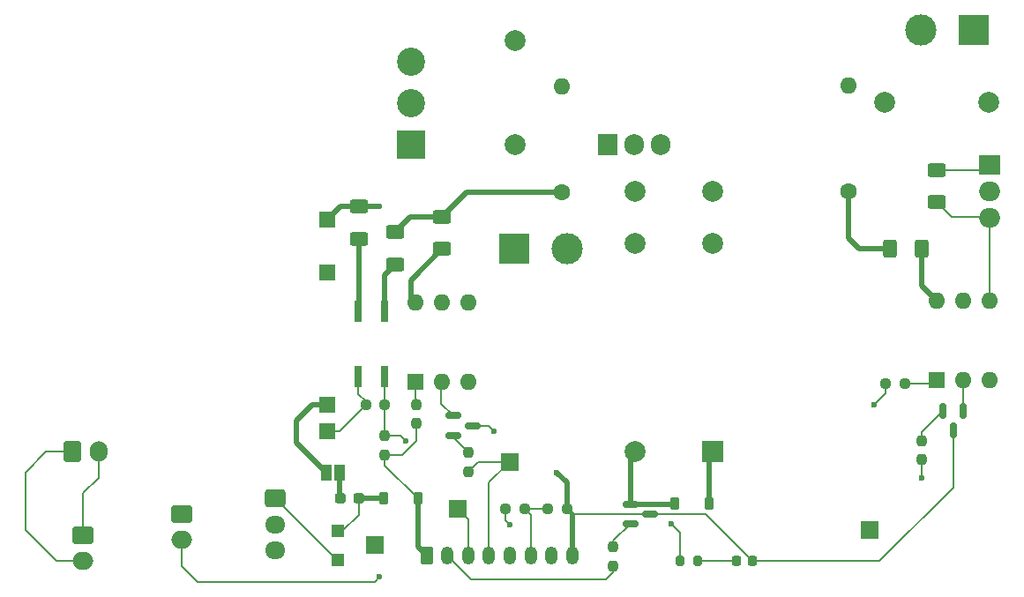
<source format=gtl>
G04 #@! TF.GenerationSoftware,KiCad,Pcbnew,8.0.4*
G04 #@! TF.CreationDate,2025-01-01T16:22:17-06:00*
G04 #@! TF.ProjectId,HVBoard,4856426f-6172-4642-9e6b-696361645f70,rev?*
G04 #@! TF.SameCoordinates,Original*
G04 #@! TF.FileFunction,Copper,L1,Top*
G04 #@! TF.FilePolarity,Positive*
%FSLAX46Y46*%
G04 Gerber Fmt 4.6, Leading zero omitted, Abs format (unit mm)*
G04 Created by KiCad (PCBNEW 8.0.4) date 2025-01-01 16:22:17*
%MOMM*%
%LPD*%
G01*
G04 APERTURE LIST*
G04 Aperture macros list*
%AMRoundRect*
0 Rectangle with rounded corners*
0 $1 Rounding radius*
0 $2 $3 $4 $5 $6 $7 $8 $9 X,Y pos of 4 corners*
0 Add a 4 corners polygon primitive as box body*
4,1,4,$2,$3,$4,$5,$6,$7,$8,$9,$2,$3,0*
0 Add four circle primitives for the rounded corners*
1,1,$1+$1,$2,$3*
1,1,$1+$1,$4,$5*
1,1,$1+$1,$6,$7*
1,1,$1+$1,$8,$9*
0 Add four rect primitives between the rounded corners*
20,1,$1+$1,$2,$3,$4,$5,0*
20,1,$1+$1,$4,$5,$6,$7,0*
20,1,$1+$1,$6,$7,$8,$9,0*
20,1,$1+$1,$8,$9,$2,$3,0*%
G04 Aperture macros list end*
G04 #@! TA.AperFunction,ComponentPad*
%ADD10R,3.000000X3.000000*%
G04 #@! TD*
G04 #@! TA.AperFunction,ComponentPad*
%ADD11C,3.000000*%
G04 #@! TD*
G04 #@! TA.AperFunction,SMDPad,CuDef*
%ADD12RoundRect,0.237500X0.250000X0.237500X-0.250000X0.237500X-0.250000X-0.237500X0.250000X-0.237500X0*%
G04 #@! TD*
G04 #@! TA.AperFunction,SMDPad,CuDef*
%ADD13RoundRect,0.237500X-0.237500X0.250000X-0.237500X-0.250000X0.237500X-0.250000X0.237500X0.250000X0*%
G04 #@! TD*
G04 #@! TA.AperFunction,SMDPad,CuDef*
%ADD14RoundRect,0.237500X-0.250000X-0.237500X0.250000X-0.237500X0.250000X0.237500X-0.250000X0.237500X0*%
G04 #@! TD*
G04 #@! TA.AperFunction,SMDPad,CuDef*
%ADD15RoundRect,0.225000X0.225000X0.375000X-0.225000X0.375000X-0.225000X-0.375000X0.225000X-0.375000X0*%
G04 #@! TD*
G04 #@! TA.AperFunction,SMDPad,CuDef*
%ADD16RoundRect,0.237500X-0.287500X-0.237500X0.287500X-0.237500X0.287500X0.237500X-0.287500X0.237500X0*%
G04 #@! TD*
G04 #@! TA.AperFunction,SMDPad,CuDef*
%ADD17RoundRect,0.237500X0.237500X-0.250000X0.237500X0.250000X-0.237500X0.250000X-0.237500X-0.250000X0*%
G04 #@! TD*
G04 #@! TA.AperFunction,SMDPad,CuDef*
%ADD18RoundRect,0.150000X-0.150000X0.587500X-0.150000X-0.587500X0.150000X-0.587500X0.150000X0.587500X0*%
G04 #@! TD*
G04 #@! TA.AperFunction,ComponentPad*
%ADD19R,2.000000X1.905000*%
G04 #@! TD*
G04 #@! TA.AperFunction,ComponentPad*
%ADD20O,2.000000X1.905000*%
G04 #@! TD*
G04 #@! TA.AperFunction,SMDPad,CuDef*
%ADD21RoundRect,0.250000X0.625000X-0.400000X0.625000X0.400000X-0.625000X0.400000X-0.625000X-0.400000X0*%
G04 #@! TD*
G04 #@! TA.AperFunction,ComponentPad*
%ADD22R,1.600000X1.600000*%
G04 #@! TD*
G04 #@! TA.AperFunction,ComponentPad*
%ADD23O,1.600000X1.600000*%
G04 #@! TD*
G04 #@! TA.AperFunction,ComponentPad*
%ADD24R,1.700000X1.700000*%
G04 #@! TD*
G04 #@! TA.AperFunction,ComponentPad*
%ADD25C,1.600000*%
G04 #@! TD*
G04 #@! TA.AperFunction,ComponentPad*
%ADD26RoundRect,0.250000X-0.750000X0.600000X-0.750000X-0.600000X0.750000X-0.600000X0.750000X0.600000X0*%
G04 #@! TD*
G04 #@! TA.AperFunction,ComponentPad*
%ADD27O,2.000000X1.700000*%
G04 #@! TD*
G04 #@! TA.AperFunction,SMDPad,CuDef*
%ADD28RoundRect,0.150000X-0.587500X-0.150000X0.587500X-0.150000X0.587500X0.150000X-0.587500X0.150000X0*%
G04 #@! TD*
G04 #@! TA.AperFunction,SMDPad,CuDef*
%ADD29R,0.640000X2.000000*%
G04 #@! TD*
G04 #@! TA.AperFunction,ComponentPad*
%ADD30R,2.700000X2.700000*%
G04 #@! TD*
G04 #@! TA.AperFunction,ComponentPad*
%ADD31C,2.700000*%
G04 #@! TD*
G04 #@! TA.AperFunction,SMDPad,CuDef*
%ADD32R,1.000000X1.500000*%
G04 #@! TD*
G04 #@! TA.AperFunction,ComponentPad*
%ADD33RoundRect,0.250000X-0.600000X-0.750000X0.600000X-0.750000X0.600000X0.750000X-0.600000X0.750000X0*%
G04 #@! TD*
G04 #@! TA.AperFunction,ComponentPad*
%ADD34O,1.700000X2.000000*%
G04 #@! TD*
G04 #@! TA.AperFunction,SMDPad,CuDef*
%ADD35RoundRect,0.200000X-0.200000X-0.275000X0.200000X-0.275000X0.200000X0.275000X-0.200000X0.275000X0*%
G04 #@! TD*
G04 #@! TA.AperFunction,SMDPad,CuDef*
%ADD36RoundRect,0.250000X0.400000X0.625000X-0.400000X0.625000X-0.400000X-0.625000X0.400000X-0.625000X0*%
G04 #@! TD*
G04 #@! TA.AperFunction,ComponentPad*
%ADD37RoundRect,0.250000X-0.725000X0.600000X-0.725000X-0.600000X0.725000X-0.600000X0.725000X0.600000X0*%
G04 #@! TD*
G04 #@! TA.AperFunction,ComponentPad*
%ADD38O,1.950000X1.700000*%
G04 #@! TD*
G04 #@! TA.AperFunction,SMDPad,CuDef*
%ADD39R,1.200000X1.200000*%
G04 #@! TD*
G04 #@! TA.AperFunction,ComponentPad*
%ADD40C,2.000000*%
G04 #@! TD*
G04 #@! TA.AperFunction,ComponentPad*
%ADD41R,2.000000X2.000000*%
G04 #@! TD*
G04 #@! TA.AperFunction,ComponentPad*
%ADD42R,1.905000X2.000000*%
G04 #@! TD*
G04 #@! TA.AperFunction,ComponentPad*
%ADD43O,1.905000X2.000000*%
G04 #@! TD*
G04 #@! TA.AperFunction,ComponentPad*
%ADD44RoundRect,0.250000X-0.350000X-0.625000X0.350000X-0.625000X0.350000X0.625000X-0.350000X0.625000X0*%
G04 #@! TD*
G04 #@! TA.AperFunction,ComponentPad*
%ADD45O,1.200000X1.750000*%
G04 #@! TD*
G04 #@! TA.AperFunction,SMDPad,CuDef*
%ADD46RoundRect,0.218750X0.218750X0.256250X-0.218750X0.256250X-0.218750X-0.256250X0.218750X-0.256250X0*%
G04 #@! TD*
G04 #@! TA.AperFunction,ComponentPad*
%ADD47R,1.524000X1.524000*%
G04 #@! TD*
G04 #@! TA.AperFunction,ViaPad*
%ADD48C,0.600000*%
G04 #@! TD*
G04 #@! TA.AperFunction,Conductor*
%ADD49C,0.200000*%
G04 #@! TD*
G04 #@! TA.AperFunction,Conductor*
%ADD50C,0.500000*%
G04 #@! TD*
G04 APERTURE END LIST*
D10*
G04 #@! TO.P,J7,1,Pin_1*
G04 #@! TO.N,120VAC_NEUTRAL*
X62420000Y-38000000D03*
D11*
G04 #@! TO.P,J7,2,Pin_2*
G04 #@! TO.N,120VAC_HOT*
X67500000Y-38000000D03*
G04 #@! TD*
D12*
G04 #@! TO.P,R17,1*
G04 #@! TO.N,/AC_ZC*
X50000000Y-53000000D03*
G04 #@! TO.P,R17,2*
G04 #@! TO.N,GND*
X48175000Y-53000000D03*
G04 #@! TD*
D13*
G04 #@! TO.P,R4,1*
G04 #@! TO.N,/AC_ZC*
X50000000Y-56000000D03*
G04 #@! TO.P,R4,2*
G04 #@! TO.N,+5V*
X50000000Y-57825000D03*
G04 #@! TD*
D14*
G04 #@! TO.P,R19,1*
G04 #@! TO.N,/STEAM_VALVE_IN*
X65675000Y-63000000D03*
G04 #@! TO.P,R19,2*
G04 #@! TO.N,GND*
X67500000Y-63000000D03*
G04 #@! TD*
D15*
G04 #@! TO.P,D1,1,K*
G04 #@! TO.N,+5V*
X81150000Y-62500000D03*
G04 #@! TO.P,D1,2,A*
G04 #@! TO.N,Net-(D1-A)*
X77850000Y-62500000D03*
G04 #@! TD*
D16*
G04 #@! TO.P,F1,1*
G04 #@! TO.N,Net-(JP1-B)*
X45750000Y-62000000D03*
G04 #@! TO.P,F1,2*
G04 #@! TO.N,Net-(D2-K)*
X47500000Y-62000000D03*
G04 #@! TD*
D17*
G04 #@! TO.P,R15,1*
G04 #@! TO.N,/BOILER_TRIAC*
X101550000Y-58262500D03*
G04 #@! TO.P,R15,2*
G04 #@! TO.N,Net-(Q6-G)*
X101550000Y-56437500D03*
G04 #@! TD*
D18*
G04 #@! TO.P,Q6,1,D*
G04 #@! TO.N,Net-(Q6-D)*
X105500000Y-53625000D03*
G04 #@! TO.P,Q6,2,G*
G04 #@! TO.N,Net-(Q6-G)*
X103600000Y-53625000D03*
G04 #@! TO.P,Q6,3,S*
G04 #@! TO.N,GND*
X104550000Y-55500000D03*
G04 #@! TD*
D14*
G04 #@! TO.P,R12,1*
G04 #@! TO.N,+5V*
X98087500Y-51000000D03*
G04 #@! TO.P,R12,2*
G04 #@! TO.N,Net-(R12-Pad2)*
X99912500Y-51000000D03*
G04 #@! TD*
D17*
G04 #@! TO.P,R7,1*
G04 #@! TO.N,+5V*
X53000000Y-54825000D03*
G04 #@! TO.P,R7,2*
G04 #@! TO.N,Net-(R7-Pad2)*
X53000000Y-53000000D03*
G04 #@! TD*
D19*
G04 #@! TO.P,Q5,1,A1*
G04 #@! TO.N,/BOILER_HOT_OUT*
X108055000Y-29960000D03*
D20*
G04 #@! TO.P,Q5,2,A2*
G04 #@! TO.N,/120VAC_HOT_SWITCHED*
X108055000Y-32500000D03*
G04 #@! TO.P,Q5,3,G*
G04 #@! TO.N,Net-(Q5-G)*
X108055000Y-35040000D03*
G04 #@! TD*
D21*
G04 #@! TO.P,R6,1*
G04 #@! TO.N,Net-(R6-Pad1)*
X55500000Y-38050000D03*
G04 #@! TO.P,R6,2*
G04 #@! TO.N,/120VAC_HOT_SWITCHED*
X55500000Y-34950000D03*
G04 #@! TD*
D22*
G04 #@! TO.P,U2,1*
G04 #@! TO.N,Net-(R7-Pad2)*
X52920000Y-50800000D03*
D23*
G04 #@! TO.P,U2,2*
G04 #@! TO.N,Net-(Q4-D)*
X55460000Y-50800000D03*
G04 #@! TO.P,U2,3,NC*
G04 #@! TO.N,unconnected-(U2-NC-Pad3)*
X58000000Y-50800000D03*
G04 #@! TO.P,U2,4*
G04 #@! TO.N,Net-(Q3-G)*
X58000000Y-43180000D03*
G04 #@! TO.P,U2,5,NC*
G04 #@! TO.N,unconnected-(U2-NC-Pad5)*
X55460000Y-43180000D03*
G04 #@! TO.P,U2,6*
G04 #@! TO.N,Net-(R6-Pad1)*
X52920000Y-43180000D03*
G04 #@! TD*
D24*
G04 #@! TO.P,TP3,1,1*
G04 #@! TO.N,/BOILER_TRIAC*
X96500000Y-65000000D03*
G04 #@! TD*
D17*
G04 #@! TO.P,R1,1*
G04 #@! TO.N,/AC_RELAYS*
X71937500Y-68500000D03*
G04 #@! TO.P,R1,2*
G04 #@! TO.N,Net-(Q1-G)*
X71937500Y-66675000D03*
G04 #@! TD*
D25*
G04 #@! TO.P,R8,1*
G04 #@! TO.N,/120VAC_HOT_SWITCHED*
X67000000Y-32580000D03*
D23*
G04 #@! TO.P,R8,2*
G04 #@! TO.N,Net-(C3-Pad1)*
X67000000Y-22420000D03*
G04 #@! TD*
D26*
G04 #@! TO.P,J5,1,Pin_1*
G04 #@! TO.N,GND*
X30500000Y-63500000D03*
D27*
G04 #@! TO.P,J5,2,Pin_2*
G04 #@! TO.N,/STEAM_VALVE_IN*
X30500000Y-66000000D03*
G04 #@! TD*
D28*
G04 #@! TO.P,Q4,3,S*
G04 #@! TO.N,GND*
X58437500Y-55000000D03*
G04 #@! TO.P,Q4,2,G*
G04 #@! TO.N,Net-(Q4-G)*
X56562500Y-55950000D03*
G04 #@! TO.P,Q4,1,D*
G04 #@! TO.N,Net-(Q4-D)*
X56562500Y-54050000D03*
G04 #@! TD*
D15*
G04 #@! TO.P,D3,1,K*
G04 #@! TO.N,+5V*
X53150000Y-62000000D03*
G04 #@! TO.P,D3,2,A*
G04 #@! TO.N,Net-(D2-K)*
X49850000Y-62000000D03*
G04 #@! TD*
D29*
G04 #@! TO.P,U1,1*
G04 #@! TO.N,Net-(R3-Pad1)*
X50000000Y-44000000D03*
G04 #@! TO.P,U1,2*
G04 #@! TO.N,Net-(R5-Pad1)*
X47460000Y-44000000D03*
G04 #@! TO.P,U1,3*
G04 #@! TO.N,GND*
X47460000Y-50300000D03*
G04 #@! TO.P,U1,4*
G04 #@! TO.N,/AC_ZC*
X50000000Y-50300000D03*
G04 #@! TD*
D30*
G04 #@! TO.P,J3,1,1*
G04 #@! TO.N,/PUMP_HOT_OUT*
X52500000Y-28000000D03*
D31*
G04 #@! TO.P,J3,2,2*
G04 #@! TO.N,unconnected-(J3-Pad2)*
X52500000Y-24040000D03*
G04 #@! TO.P,J3,3,3*
G04 #@! TO.N,120VAC_NEUTRAL*
X52500000Y-20080000D03*
G04 #@! TD*
D26*
G04 #@! TO.P,J9,1,Pin_1*
G04 #@! TO.N,/THERMISTOR_IN*
X21000000Y-65500000D03*
D27*
G04 #@! TO.P,J9,2,Pin_2*
G04 #@! TO.N,/THERMISTOR_OUT*
X21000000Y-68000000D03*
G04 #@! TD*
D17*
G04 #@! TO.P,R10,1*
G04 #@! TO.N,/PUMP_TRIAC*
X58000000Y-59412500D03*
G04 #@! TO.P,R10,2*
G04 #@! TO.N,Net-(Q4-G)*
X58000000Y-57587500D03*
G04 #@! TD*
D10*
G04 #@! TO.P,J8,1,Pin_1*
G04 #@! TO.N,/BOILER_HOT_OUT*
X106500000Y-17000000D03*
D11*
G04 #@! TO.P,J8,2,Pin_2*
G04 #@! TO.N,120VAC_NEUTRAL*
X101420000Y-17000000D03*
G04 #@! TD*
D21*
G04 #@! TO.P,R5,1*
G04 #@! TO.N,Net-(R5-Pad1)*
X47500000Y-37050000D03*
G04 #@! TO.P,R5,2*
G04 #@! TO.N,120VAC_NEUTRAL*
X47500000Y-33950000D03*
G04 #@! TD*
D32*
G04 #@! TO.P,JP1,1,A*
G04 #@! TO.N,/ACDC_5V*
X44350000Y-59500000D03*
G04 #@! TO.P,JP1,2,B*
G04 #@! TO.N,Net-(JP1-B)*
X45650000Y-59500000D03*
G04 #@! TD*
D28*
G04 #@! TO.P,Q1,1,D*
G04 #@! TO.N,Net-(D1-A)*
X73562500Y-62550000D03*
G04 #@! TO.P,Q1,2,G*
G04 #@! TO.N,Net-(Q1-G)*
X73562500Y-64450000D03*
G04 #@! TO.P,Q1,3,S*
G04 #@! TO.N,GND*
X75437500Y-63500000D03*
G04 #@! TD*
D33*
G04 #@! TO.P,J4,1,Pin_1*
G04 #@! TO.N,/THERMISTOR_OUT*
X20000000Y-57500000D03*
D34*
G04 #@! TO.P,J4,2,Pin_2*
G04 #@! TO.N,/THERMISTOR_IN*
X22500000Y-57500000D03*
G04 #@! TD*
D35*
G04 #@! TO.P,R2,1*
G04 #@! TO.N,+5V*
X78350000Y-68000000D03*
G04 #@! TO.P,R2,2*
G04 #@! TO.N,Net-(D4-A)*
X80000000Y-68000000D03*
G04 #@! TD*
D36*
G04 #@! TO.P,R11,1*
G04 #@! TO.N,Net-(R11-Pad1)*
X101550000Y-38000000D03*
G04 #@! TO.P,R11,2*
G04 #@! TO.N,/120VAC_HOT_SWITCHED*
X98450000Y-38000000D03*
G04 #@! TD*
D22*
G04 #@! TO.P,U3,1*
G04 #@! TO.N,Net-(R12-Pad2)*
X102960000Y-50620000D03*
D23*
G04 #@! TO.P,U3,2*
G04 #@! TO.N,Net-(Q6-D)*
X105500000Y-50620000D03*
G04 #@! TO.P,U3,3,NC*
G04 #@! TO.N,unconnected-(U3-NC-Pad3)*
X108040000Y-50620000D03*
G04 #@! TO.P,U3,4*
G04 #@! TO.N,Net-(Q5-G)*
X108040000Y-43000000D03*
G04 #@! TO.P,U3,5,NC*
G04 #@! TO.N,unconnected-(U3-NC-Pad5)*
X105500000Y-43000000D03*
G04 #@! TO.P,U3,6*
G04 #@! TO.N,Net-(R11-Pad1)*
X102960000Y-43000000D03*
G04 #@! TD*
D21*
G04 #@! TO.P,R3,1*
G04 #@! TO.N,Net-(R3-Pad1)*
X51000000Y-39550000D03*
G04 #@! TO.P,R3,2*
G04 #@! TO.N,/120VAC_HOT_SWITCHED*
X51000000Y-36450000D03*
G04 #@! TD*
D37*
G04 #@! TO.P,J6,1,Pin_1*
G04 #@! TO.N,GND*
X39500000Y-62000000D03*
D38*
G04 #@! TO.P,J6,2,Pin_2*
G04 #@! TO.N,/PRESSURE_SENSOR_SIG*
X39500000Y-64500000D03*
G04 #@! TO.P,J6,3,Pin_3*
G04 #@! TO.N,+5V*
X39500000Y-67000000D03*
G04 #@! TD*
D25*
G04 #@! TO.P,R13,1*
G04 #@! TO.N,/120VAC_HOT_SWITCHED*
X94500000Y-32500000D03*
D23*
G04 #@! TO.P,R13,2*
G04 #@! TO.N,Net-(C1-Pad1)*
X94500000Y-22340000D03*
G04 #@! TD*
D24*
G04 #@! TO.P,TP6,1,1*
G04 #@! TO.N,+5V*
X49000000Y-66500000D03*
G04 #@! TD*
D39*
G04 #@! TO.P,D2,1,K*
G04 #@! TO.N,Net-(D2-K)*
X45500000Y-65100000D03*
G04 #@! TO.P,D2,2,A*
G04 #@! TO.N,GND*
X45500000Y-67900000D03*
G04 #@! TD*
D40*
G04 #@! TO.P,K1,13*
G04 #@! TO.N,120VAC_HOT*
X81500000Y-37500000D03*
X74000000Y-37500000D03*
G04 #@! TO.P,K1,14*
G04 #@! TO.N,/120VAC_HOT_SWITCHED*
X81500000Y-32500000D03*
X74000000Y-32500000D03*
D41*
G04 #@! TO.P,K1,A1*
G04 #@! TO.N,+5V*
X81500000Y-57500000D03*
D40*
G04 #@! TO.P,K1,A2*
G04 #@! TO.N,Net-(D1-A)*
X74000000Y-57500000D03*
G04 #@! TD*
D42*
G04 #@! TO.P,Q3,1,A1*
G04 #@! TO.N,/PUMP_HOT_OUT*
X71420000Y-28000000D03*
D43*
G04 #@! TO.P,Q3,2,A2*
G04 #@! TO.N,/120VAC_HOT_SWITCHED*
X73960000Y-28000000D03*
G04 #@! TO.P,Q3,3,G*
G04 #@! TO.N,Net-(Q3-G)*
X76500000Y-28000000D03*
G04 #@! TD*
D40*
G04 #@! TO.P,C3,1*
G04 #@! TO.N,Net-(C3-Pad1)*
X62500000Y-18000000D03*
G04 #@! TO.P,C3,2*
G04 #@! TO.N,/PUMP_HOT_OUT*
X62500000Y-28000000D03*
G04 #@! TD*
D24*
G04 #@! TO.P,TP2,1,1*
G04 #@! TO.N,/PUMP_TRIAC*
X62000000Y-58500000D03*
G04 #@! TD*
D44*
G04 #@! TO.P,J2,1,Pin_1*
G04 #@! TO.N,+5V*
X54000000Y-67500000D03*
D45*
G04 #@! TO.P,J2,2,Pin_2*
G04 #@! TO.N,/AC_RELAYS*
X56000000Y-67500000D03*
G04 #@! TO.P,J2,3,Pin_3*
G04 #@! TO.N,/AC_ZC*
X58000000Y-67500000D03*
G04 #@! TO.P,J2,4,Pin_4*
G04 #@! TO.N,/PUMP_TRIAC*
X60000000Y-67500000D03*
G04 #@! TO.P,J2,5,Pin_5*
G04 #@! TO.N,/BOILER_TRIAC*
X62000000Y-67500000D03*
G04 #@! TO.P,J2,6,Pin_6*
G04 #@! TO.N,/STEAM_VALVE_IN*
X64000000Y-67500000D03*
G04 #@! TO.P,J2,7,Pin_7*
G04 #@! TO.N,/PRESSURE_SENSOR_SIG*
X66000000Y-67500000D03*
G04 #@! TO.P,J2,8,Pin_8*
G04 #@! TO.N,GND*
X68000000Y-67500000D03*
G04 #@! TD*
D46*
G04 #@! TO.P,D4,1,K*
G04 #@! TO.N,GND*
X85287500Y-68000000D03*
G04 #@! TO.P,D4,2,A*
G04 #@! TO.N,Net-(D4-A)*
X83712500Y-68000000D03*
G04 #@! TD*
D12*
G04 #@! TO.P,R18,1*
G04 #@! TO.N,/STEAM_VALVE_IN*
X63412500Y-63000000D03*
G04 #@! TO.P,R18,2*
G04 #@! TO.N,+5V*
X61587500Y-63000000D03*
G04 #@! TD*
D24*
G04 #@! TO.P,TP1,1,1*
G04 #@! TO.N,/AC_ZC*
X57000000Y-63000000D03*
G04 #@! TD*
D40*
G04 #@! TO.P,C1,1*
G04 #@! TO.N,Net-(C1-Pad1)*
X98000000Y-24000000D03*
G04 #@! TO.P,C1,2*
G04 #@! TO.N,/BOILER_HOT_OUT*
X108000000Y-24000000D03*
G04 #@! TD*
D21*
G04 #@! TO.P,R14,1*
G04 #@! TO.N,Net-(Q5-G)*
X103000000Y-33550000D03*
G04 #@! TO.P,R14,2*
G04 #@! TO.N,/BOILER_HOT_OUT*
X103000000Y-30450000D03*
G04 #@! TD*
D47*
G04 #@! TO.P,U4,1,N*
G04 #@! TO.N,120VAC_NEUTRAL*
X44500000Y-35220000D03*
G04 #@! TO.P,U4,2,L*
G04 #@! TO.N,120VAC_HOT*
X44500000Y-40300000D03*
G04 #@! TO.P,U4,3,V+*
G04 #@! TO.N,/ACDC_5V*
X44500000Y-53000000D03*
G04 #@! TO.P,U4,4,V-*
G04 #@! TO.N,GND*
X44500000Y-55540000D03*
G04 #@! TD*
D48*
G04 #@! TO.N,/AC_ZC*
X52000000Y-56500000D03*
G04 #@! TO.N,+5V*
X77500000Y-64400000D03*
X97000000Y-53000000D03*
X62000000Y-64500000D03*
G04 #@! TO.N,GND*
X60500000Y-55540000D03*
X66500000Y-59500000D03*
G04 #@! TO.N,/BOILER_TRIAC*
X101500000Y-60000000D03*
G04 #@! TO.N,120VAC_NEUTRAL*
X49500000Y-34000000D03*
G04 #@! TO.N,/STEAM_VALVE_IN*
X49500000Y-69500000D03*
G04 #@! TD*
D49*
G04 #@! TO.N,Net-(Q5-G)*
X108055000Y-35040000D02*
X108015000Y-35000000D01*
X108015000Y-35000000D02*
X104450000Y-35000000D01*
X104450000Y-35000000D02*
X103000000Y-33550000D01*
G04 #@! TO.N,/BOILER_HOT_OUT*
X108055000Y-29960000D02*
X107565000Y-30450000D01*
X107565000Y-30450000D02*
X103000000Y-30450000D01*
D50*
G04 #@! TO.N,Net-(R11-Pad1)*
X102960000Y-43000000D02*
X101550000Y-41590000D01*
X101550000Y-41590000D02*
X101550000Y-38000000D01*
G04 #@! TO.N,/120VAC_HOT_SWITCHED*
X95500000Y-38000000D02*
X94500000Y-37000000D01*
X98450000Y-38000000D02*
X95500000Y-38000000D01*
X94500000Y-37000000D02*
X94500000Y-32500000D01*
D49*
G04 #@! TO.N,/AC_ZC*
X52000000Y-56500000D02*
X51500000Y-56000000D01*
X51500000Y-56000000D02*
X50000000Y-56000000D01*
G04 #@! TO.N,+5V*
X53000000Y-54825000D02*
X53000000Y-56500000D01*
X53000000Y-56500000D02*
X51675000Y-57825000D01*
X51675000Y-57825000D02*
X50000000Y-57825000D01*
G04 #@! TO.N,/AC_ZC*
X58000000Y-67500000D02*
X58000000Y-64000000D01*
X58000000Y-64000000D02*
X57000000Y-63000000D01*
G04 #@! TO.N,GND*
X48175000Y-52675000D02*
X47460000Y-51960000D01*
X47460000Y-51960000D02*
X47460000Y-50300000D01*
X44500000Y-55540000D02*
X45635000Y-55540000D01*
X45635000Y-55540000D02*
X48175000Y-53000000D01*
G04 #@! TO.N,+5V*
X50000000Y-57825000D02*
X50000000Y-58850000D01*
X50000000Y-58850000D02*
X53150000Y-62000000D01*
G04 #@! TO.N,GND*
X85287500Y-68000000D02*
X97500000Y-68000000D01*
X97500000Y-68000000D02*
X104550000Y-60950000D01*
X104550000Y-60950000D02*
X104550000Y-55500000D01*
X75437500Y-63500000D02*
X80787500Y-63500000D01*
X80787500Y-63500000D02*
X85287500Y-68000000D01*
X75437500Y-63500000D02*
X68000000Y-63500000D01*
X68000000Y-63500000D02*
X67500000Y-63000000D01*
X45400000Y-67900000D02*
X39500000Y-62000000D01*
G04 #@! TO.N,+5V*
X77500000Y-64400000D02*
X78350000Y-65250000D01*
X78350000Y-65250000D02*
X78350000Y-68000000D01*
X98087500Y-51000000D02*
X98087500Y-51912500D01*
X98087500Y-51912500D02*
X97000000Y-53000000D01*
X61587500Y-64087500D02*
X62000000Y-64500000D01*
X61587500Y-63000000D02*
X61587500Y-64087500D01*
G04 #@! TO.N,GND*
X60500000Y-55540000D02*
X59960000Y-55000000D01*
X59960000Y-55000000D02*
X58437500Y-55000000D01*
D50*
X67500000Y-60500000D02*
X66500000Y-59500000D01*
X67500000Y-63000000D02*
X67500000Y-60500000D01*
X68000000Y-67500000D02*
X68000000Y-63500000D01*
G04 #@! TO.N,Net-(D2-K)*
X47500000Y-62000000D02*
X49850000Y-62000000D01*
G04 #@! TO.N,Net-(JP1-B)*
X45650000Y-59500000D02*
X45650000Y-61900000D01*
G04 #@! TO.N,/ACDC_5V*
X43000000Y-53000000D02*
X41500000Y-54500000D01*
X41500000Y-54500000D02*
X41500000Y-56650000D01*
X41500000Y-56650000D02*
X44350000Y-59500000D01*
X44500000Y-53000000D02*
X43000000Y-53000000D01*
G04 #@! TO.N,+5V*
X53150000Y-62000000D02*
X53150000Y-66650000D01*
X53150000Y-66650000D02*
X54000000Y-67500000D01*
D49*
G04 #@! TO.N,Net-(D4-A)*
X80000000Y-68000000D02*
X83712500Y-68000000D01*
G04 #@! TO.N,/PUMP_TRIAC*
X62000000Y-58500000D02*
X58912500Y-58500000D01*
X58912500Y-58500000D02*
X58000000Y-59412500D01*
X62000000Y-58500000D02*
X60000000Y-60500000D01*
X60000000Y-60500000D02*
X60000000Y-67500000D01*
G04 #@! TO.N,/STEAM_VALVE_IN*
X63412500Y-63000000D02*
X65675000Y-63000000D01*
G04 #@! TO.N,Net-(D2-K)*
X47500000Y-63550000D02*
X47500000Y-63500000D01*
X47500000Y-63500000D02*
X47500000Y-62000000D01*
G04 #@! TO.N,/THERMISTOR_OUT*
X21000000Y-68000000D02*
X18500000Y-68000000D01*
X18500000Y-68000000D02*
X15500000Y-65000000D01*
X15500000Y-65000000D02*
X15500000Y-59500000D01*
X15500000Y-59500000D02*
X17500000Y-57500000D01*
X17500000Y-57500000D02*
X20000000Y-57500000D01*
G04 #@! TO.N,/THERMISTOR_IN*
X21000000Y-65500000D02*
X21000000Y-61500000D01*
X21000000Y-61500000D02*
X22500000Y-60000000D01*
X22500000Y-60000000D02*
X22500000Y-57500000D01*
G04 #@! TO.N,/STEAM_VALVE_IN*
X49500000Y-69500000D02*
X49000000Y-70000000D01*
X49000000Y-70000000D02*
X32000000Y-70000000D01*
X30500000Y-68500000D02*
X30500000Y-66000000D01*
X32000000Y-70000000D02*
X30500000Y-68500000D01*
G04 #@! TO.N,/AC_ZC*
X50000000Y-56000000D02*
X50000000Y-50300000D01*
G04 #@! TO.N,/BOILER_TRIAC*
X101550000Y-58262500D02*
X101550000Y-59950000D01*
X101550000Y-59950000D02*
X101500000Y-60000000D01*
G04 #@! TO.N,/AC_RELAYS*
X71250000Y-69750000D02*
X71937500Y-69062500D01*
X56000000Y-67500000D02*
X58250000Y-69750000D01*
X58250000Y-69750000D02*
X71250000Y-69750000D01*
X71937500Y-69062500D02*
X71937500Y-68500000D01*
D50*
G04 #@! TO.N,+5V*
X81150000Y-62500000D02*
X81150000Y-57850000D01*
G04 #@! TO.N,/120VAC_HOT_SWITCHED*
X57870000Y-32580000D02*
X67000000Y-32580000D01*
X55450000Y-35000000D02*
X57870000Y-32580000D01*
X52450000Y-35000000D02*
X55450000Y-35000000D01*
X51000000Y-36450000D02*
X52450000Y-35000000D01*
G04 #@! TO.N,Net-(D1-A)*
X73562500Y-57937500D02*
X73562500Y-62550000D01*
X73562500Y-62550000D02*
X77800000Y-62550000D01*
G04 #@! TO.N,120VAC_NEUTRAL*
X45720000Y-34000000D02*
X44500000Y-35220000D01*
X49500000Y-34000000D02*
X45720000Y-34000000D01*
D49*
G04 #@! TO.N,Net-(Q5-G)*
X108040000Y-43000000D02*
X108040000Y-35055000D01*
G04 #@! TO.N,Net-(Q1-G)*
X71937500Y-66675000D02*
X71937500Y-66075000D01*
X71937500Y-66075000D02*
X73562500Y-64450000D01*
G04 #@! TO.N,Net-(R7-Pad2)*
X52920000Y-52420000D02*
X52920000Y-50800000D01*
X53000000Y-53000000D02*
X53000000Y-52500000D01*
X53000000Y-52500000D02*
X52920000Y-52420000D01*
G04 #@! TO.N,Net-(Q4-G)*
X58000000Y-57587500D02*
X56562500Y-56150000D01*
G04 #@! TO.N,Net-(R12-Pad2)*
X99912500Y-51000000D02*
X102580000Y-51000000D01*
G04 #@! TO.N,Net-(Q6-G)*
X101550000Y-55675000D02*
X101550000Y-56437500D01*
X103600000Y-53625000D02*
X101550000Y-55675000D01*
D50*
G04 #@! TO.N,Net-(R3-Pad1)*
X50000000Y-40550000D02*
X50000000Y-44000000D01*
X51000000Y-39550000D02*
X50000000Y-40550000D01*
G04 #@! TO.N,Net-(R5-Pad1)*
X47500000Y-43960000D02*
X47500000Y-37050000D01*
G04 #@! TO.N,Net-(R6-Pad1)*
X52500000Y-41050000D02*
X55500000Y-38050000D01*
X52500000Y-42760000D02*
X52500000Y-41050000D01*
X52920000Y-43180000D02*
X52500000Y-42760000D01*
D49*
G04 #@! TO.N,Net-(Q4-D)*
X56562500Y-54050000D02*
X55397500Y-52885000D01*
X55397500Y-52885000D02*
X55397500Y-50862500D01*
G04 #@! TO.N,Net-(Q6-D)*
X105500000Y-53625000D02*
X105500000Y-50620000D01*
G04 #@! TO.N,/STEAM_VALVE_IN*
X64000000Y-67500000D02*
X64000000Y-63587500D01*
X64000000Y-63587500D02*
X63412500Y-63000000D01*
G04 #@! TO.N,Net-(D2-K)*
X45950000Y-65100000D02*
X47500000Y-63550000D01*
G04 #@! TD*
M02*

</source>
